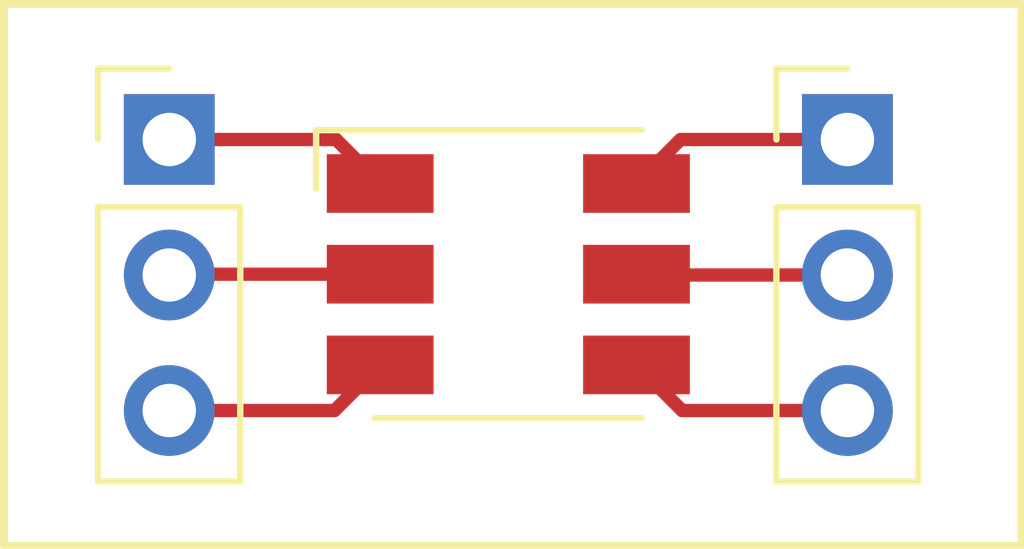
<source format=kicad_pcb>
(kicad_pcb (version 20211014) (generator pcbnew)
  (title_block (title "5050 LED Breakout") (date "2023-01-16") (rev "1"))
  (layers (0 "F.Cu" signal) (31 "B.Cu" signal) (34 "B.Paste" user) (35 "F.Paste" user) (36 "B.SilkS" user "B.Silkscreen") (37 "F.SilkS" user "F.Silkscreen") (38 "B.Mask" user) (39 "F.Mask" user) (44 "Edge.Cuts" user))
  (net 0 "")
  (net 1 "Net-(D1-Pad1)")
  (net 2 "Net-(D1-Pad2)")
  (net 3 "Net-(D1-Pad3)")
  (net 4 "Net-(J2-Pad3)")
  (net 5 "Net-(J2-Pad2)")
  (net 6 "Net-(J2-Pad1)")
  (footprint "Connector_PinHeader_2.54mm:PinHeader_1x03_P2.54mm_Vertical" (layer "F.Cu") (at 133.905 99.06)
    (fp_text reference "J1" hide)
    (fp_text value "1x3 Header" hide)
    (fp_line (start -1.33 -1.33) (end 0 -1.33) (layer "F.SilkS") (width 0.12))
    (fp_line (start 1.33 1.27) (end 1.33 6.41) (layer "F.SilkS") (width 0.12))
    (fp_line (start -1.33 1.27) (end 1.33 1.27) (layer "F.SilkS") (width 0.12))
    (fp_line (start -1.33 6.41) (end 1.33 6.41) (layer "F.SilkS") (width 0.12))
    (fp_line (start -1.33 0) (end -1.33 -1.33) (layer "F.SilkS") (width 0.12))
    (fp_line (start -1.33 1.27) (end -1.33 6.41) (layer "F.SilkS") (width 0.12))
    (pad "1" thru_hole rect (at 0 0) (size 1.7 1.7) (drill 1) (layers *.Cu *.Mask) (net 1 "Net-(D1-Pad1)"))
    (pad "2" thru_hole oval (at 0 2.54) (size 1.7 1.7) (drill 1) (layers *.Cu *.Mask) (net 2 "Net-(D1-Pad2)"))
    (pad "3" thru_hole oval (at 0 5.08) (size 1.7 1.7) (drill 1) (layers *.Cu *.Mask) (net 3 "Net-(D1-Pad3)"))
  )
  (footprint "LED_SMD:LED_RGB_5050-6" (layer "F.Cu") (at 140.255 101.585)
    (fp_text reference "D1" hide)
    (fp_text value "LED_RGB" hide)
    (fp_line (start -3.6 -2.7) (end 2.5 -2.7) (layer "F.SilkS") (width 0.12))
    (fp_line (start -3.6 -1.6) (end -3.6 -2.7) (layer "F.SilkS") (width 0.12))
    (fp_line (start 2.5 2.7) (end -2.5 2.7) (layer "F.SilkS") (width 0.12))
    (pad "1" smd rect (at -2.4 -1.7 90) (size 1.1 2) (layers "F.Cu" "F.Paste" "F.Mask") (net 1 "Net-(D1-Pad1)"))
    (pad "2" smd rect (at -2.4 0 90) (size 1.1 2) (layers "F.Cu" "F.Paste" "F.Mask") (net 2 "Net-(D1-Pad2)"))
    (pad "3" smd rect (at -2.4 1.7 90) (size 1.1 2) (layers "F.Cu" "F.Paste" "F.Mask") (net 3 "Net-(D1-Pad3)"))
    (pad "4" smd rect (at 2.4 1.7 90) (size 1.1 2) (layers "F.Cu" "F.Paste" "F.Mask") (net 4 "Net-(J2-Pad3)"))
    (pad "5" smd rect (at 2.4 0 90) (size 1.1 2) (layers "F.Cu" "F.Paste" "F.Mask") (net 5 "Net-(J2-Pad2)"))
    (pad "6" smd rect (at 2.4 -1.7 90) (size 1.1 2) (layers "F.Cu" "F.Paste" "F.Mask") (net 6 "Net-(J2-Pad1)"))
  )
  (footprint "Connector_PinHeader_2.54mm:PinHeader_1x03_P2.54mm_Vertical" (layer "F.Cu") (at 146.605 99.06)
    (fp_text reference "J2" hide)
    (fp_text value "1x3 Header" hide)
    (fp_line (start -1.33 -1.33) (end 0 -1.33) (layer "F.SilkS") (width 0.12))
    (fp_line (start -1.33 1.27) (end -1.33 6.41) (layer "F.SilkS") (width 0.12))
    (fp_line (start 1.33 1.27) (end 1.33 6.41) (layer "F.SilkS") (width 0.12))
    (fp_line (start -1.33 0) (end -1.33 -1.33) (layer "F.SilkS") (width 0.12))
    (fp_line (start -1.33 6.41) (end 1.33 6.41) (layer "F.SilkS") (width 0.12))
    (fp_line (start -1.33 1.27) (end 1.33 1.27) (layer "F.SilkS") (width 0.12))
    (pad "1" thru_hole rect (at 0 0) (size 1.7 1.7) (drill 1) (layers *.Cu *.Mask) (net 6 "Net-(J2-Pad1)"))
    (pad "2" thru_hole oval (at 0 2.54) (size 1.7 1.7) (drill 1) (layers *.Cu *.Mask) (net 5 "Net-(J2-Pad2)"))
    (pad "3" thru_hole oval (at 0 5.08) (size 1.7 1.7) (drill 1) (layers *.Cu *.Mask) (net 4 "Net-(J2-Pad3)"))
  )
  (gr_rect (start 130.81 96.52) (end 149.86 106.68) (layer "F.SilkS") (width 0.15) (fill none))
  (segment (start 137.03 99.06) (end 137.855 99.885) (width 0.25) (layer "F.Cu") (net 1))
  (segment (start 133.905 99.06) (end 137.03 99.06) (width 0.25) (layer "F.Cu") (net 1))
  (segment (start 133.92 101.585) (end 133.905 101.6) (width 0.25) (layer "F.Cu") (net 2))
  (segment (start 137.855 101.585) (end 133.92 101.585) (width 0.25) (layer "F.Cu") (net 2))
  (segment (start 137 104.14) (end 137.855 103.285) (width 0.25) (layer "F.Cu") (net 3))
  (segment (start 133.905 104.14) (end 137 104.14) (width 0.25) (layer "F.Cu") (net 3))
  (segment (start 143.51 104.14) (end 142.655 103.285) (width 0.25) (layer "F.Cu") (net 4))
  (segment (start 146.605 104.14) (end 143.51 104.14) (width 0.25) (layer "F.Cu") (net 4))
  (segment (start 142.67 101.6) (end 142.655 101.585) (width 0.25) (layer "F.Cu") (net 5))
  (segment (start 146.605 101.6) (end 142.67 101.6) (width 0.25) (layer "F.Cu") (net 5))
  (segment (start 146.605 99.06) (end 143.48 99.06) (width 0.25) (layer "F.Cu") (net 6))
  (segment (start 143.48 99.06) (end 142.655 99.885) (width 0.25) (layer "F.Cu") (net 6))
)
</source>
